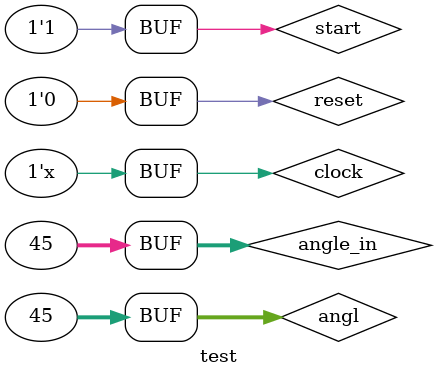
<source format=v>
`timescale 1ns / 1ps


module test;

	// Inputs
	reg [31:0] angl;
	reg clock;
	reg reset;
	reg start;
	reg [31:0] angle_in;

	// Outputs
	wire [31:0] cos_out;
	wire [31:0] sin_out;

	// Instantiate the Unit Under Test (UUT)
	cordic uut (
		.angl(angl), 
		.clock(clock), 
		.reset(reset), 
		.start(start), 
		.angle_in(angle_in), 
		.cos_out(cos_out), 
		.sin_out(sin_out)
	);

	initial begin
		// Initialize Inputs
		angl = 45;
		clock = 0;
		reset = 0;
		start = 1;
		angle_in = 45;

		// Wait 100 ns for global reset to finish
		#100;
        
		// Add stimulus here

	end
	always #5 clock=~clock;
      
endmodule


</source>
